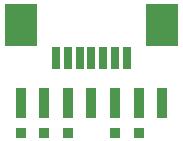
<source format=gbr>
G04 GENERATED BY PULSONIX 7.0 GERBER.DLL 4573*
%INHILLSTAR_95X60_4LAYER_EL_V1_0_2*%
%LNGERBER_SOLDERMASK_BOTTOM*%
%FSLAX33Y33*%
%IPPOS*%
%LPD*%
%OFA0B0*%
%MOMM*%
%ADD115R,0.813X0.864*%
%ADD430R,0.651X1.951*%
%ADD435R,2.751X3.651*%
%ADD5681R,0.951X2.551*%
X0Y0D02*
D02*
D115*
X124291Y129256D03*
X126291D03*
X128291D03*
X132291D03*
X134291D03*
D02*
D430*
X127291Y135556D03*
X128291D03*
X129291D03*
X130291D03*
X131291D03*
X132291D03*
X133291D03*
D02*
D435*
X124291Y138356D03*
X136291D03*
D02*
D5681*
X124291Y131756D03*
X126291D03*
X128291D03*
X130291D03*
X132291D03*
X134291D03*
X136291D03*
X0Y0D02*
M02*

</source>
